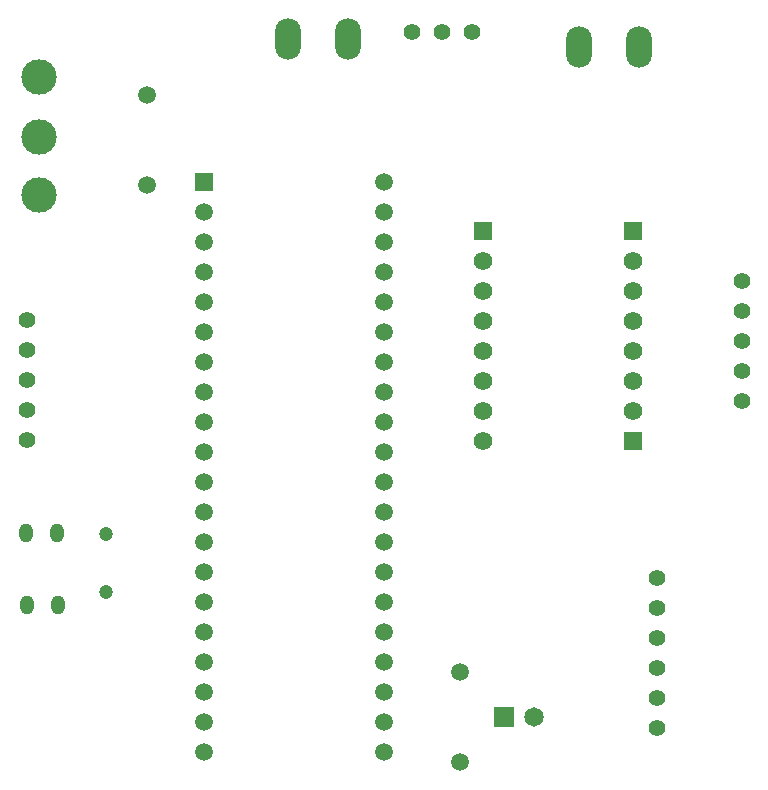
<source format=gbr>
%FSTAX23Y23*%
%MOIN*%
%SFA1B1*%

%IPPOS*%
%ADD11C,0.118110*%
%ADD12O,0.086614X0.137795*%
%ADD13C,0.055118*%
%ADD14C,0.059055*%
%ADD15C,0.065000*%
%ADD16R,0.065000X0.065000*%
%ADD17O,0.047244X0.062992*%
%ADD18C,0.047244*%
%ADD19R,0.059055X0.059055*%
%ADD20R,0.061417X0.061417*%
%ADD21C,0.061417*%
%LNpcb1_pads_top-1*%
%LPD*%
G54D11*
X024Y03548D03*
Y03351D03*
Y03155D03*
G54D12*
X044Y0365D03*
X042D03*
X0343Y03675D03*
X0323D03*
G54D13*
X03845Y037D03*
X03745D03*
X03645D03*
X0236Y0234D03*
Y0244D03*
Y0254D03*
Y0264D03*
Y0274D03*
X04745Y0247D03*
Y0257D03*
Y0267D03*
Y0277D03*
Y0287D03*
X0446Y0188D03*
Y0178D03*
Y0168D03*
Y0158D03*
Y0148D03*
Y0138D03*
G54D14*
X03805Y01565D03*
Y01265D03*
X0276Y0349D03*
Y0319D03*
X0355Y013D03*
Y014D03*
Y015D03*
Y016D03*
Y017D03*
Y018D03*
Y019D03*
Y02D03*
Y021D03*
Y022D03*
Y023D03*
Y024D03*
Y025D03*
Y026D03*
Y027D03*
Y028D03*
Y029D03*
Y03D03*
Y031D03*
Y032D03*
X0295Y013D03*
Y014D03*
Y015D03*
Y016D03*
Y017D03*
Y018D03*
Y019D03*
Y02D03*
Y021D03*
Y022D03*
Y023D03*
Y024D03*
Y025D03*
Y026D03*
Y027D03*
Y028D03*
Y029D03*
Y03D03*
Y031D03*
G54D15*
X0405Y01415D03*
G54D16*
X0395Y01415D03*
G54D17*
X02461Y0203D03*
X02358D03*
X02466Y0179D03*
X02363D03*
G54D18*
X02625Y02026D03*
Y01833D03*
G54D19*
X0295Y032D03*
G54D20*
X0438Y02335D03*
Y03035D03*
X0388D03*
G54D21*
X0438Y02435D03*
Y02535D03*
Y02635D03*
Y02735D03*
Y02835D03*
Y02935D03*
X0388D03*
Y02835D03*
Y02735D03*
Y02635D03*
Y02535D03*
Y02435D03*
Y02335D03*
M02*
</source>
